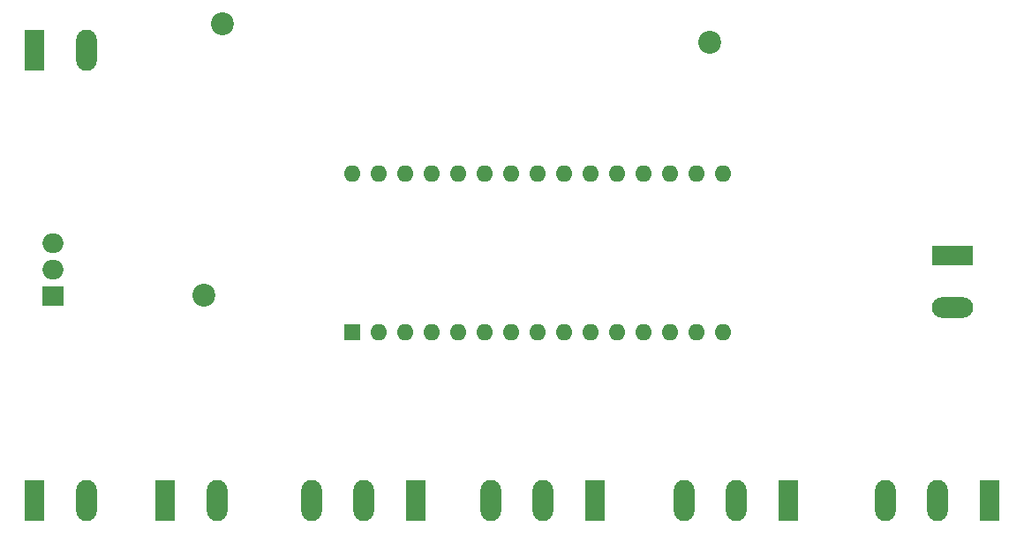
<source format=gbr>
%TF.GenerationSoftware,KiCad,Pcbnew,7.0.6-7.0.6~ubuntu22.04.1*%
%TF.CreationDate,2023-07-24T17:29:41-06:00*%
%TF.ProjectId,stepper_microscope_stage,73746570-7065-4725-9f6d-6963726f7363,rev?*%
%TF.SameCoordinates,Original*%
%TF.FileFunction,Soldermask,Bot*%
%TF.FilePolarity,Negative*%
%FSLAX46Y46*%
G04 Gerber Fmt 4.6, Leading zero omitted, Abs format (unit mm)*
G04 Created by KiCad (PCBNEW 7.0.6-7.0.6~ubuntu22.04.1) date 2023-07-24 17:29:41*
%MOMM*%
%LPD*%
G01*
G04 APERTURE LIST*
%ADD10C,2.200000*%
%ADD11O,1.980000X3.960000*%
%ADD12R,1.980000X3.960000*%
%ADD13R,2.000000X1.905000*%
%ADD14O,2.000000X1.905000*%
%ADD15R,3.960000X1.980000*%
%ADD16O,3.960000X1.980000*%
%ADD17O,1.600000X1.600000*%
%ADD18R,1.600000X1.600000*%
G04 APERTURE END LIST*
D10*
%TO.C,H3*%
X184250000Y-96250000D03*
%TD*%
%TO.C,H2*%
X137500000Y-94500000D03*
%TD*%
%TO.C,H1*%
X135750000Y-120500000D03*
%TD*%
D11*
%TO.C,STEPSIG2*%
X146000000Y-140270000D03*
X151000000Y-140270000D03*
D12*
X156000000Y-140270000D03*
%TD*%
%TO.C,STEPSIGGND1*%
X211090000Y-140240000D03*
D11*
X206090000Y-140240000D03*
X201090000Y-140240000D03*
%TD*%
%TO.C,VIN1*%
X124485000Y-97000000D03*
D12*
X119485000Y-97000000D03*
%TD*%
D13*
%TO.C,U1*%
X121250000Y-120580000D03*
D14*
X121250000Y-118040000D03*
X121250000Y-115500000D03*
%TD*%
D12*
%TO.C,STEPVIN2*%
X131985000Y-140280000D03*
D11*
X136985000Y-140280000D03*
%TD*%
D12*
%TO.C,STEPVIN1*%
X119485000Y-140280000D03*
D11*
X124485000Y-140280000D03*
%TD*%
%TO.C,STEPSIGGND2*%
X163250000Y-140260000D03*
X168250000Y-140260000D03*
D12*
X173250000Y-140260000D03*
%TD*%
%TO.C,STEPSIG1*%
X191795000Y-140250000D03*
D11*
X186795000Y-140250000D03*
X181795000Y-140250000D03*
%TD*%
D15*
%TO.C,JOYIN1*%
X207500000Y-116735000D03*
D16*
X207500000Y-121735000D03*
%TD*%
D17*
%TO.C,A1*%
X149950000Y-108870000D03*
X152490000Y-108870000D03*
X155030000Y-108870000D03*
X157570000Y-108870000D03*
X160110000Y-108870000D03*
X162650000Y-108870000D03*
X165190000Y-108870000D03*
X167730000Y-108870000D03*
X170270000Y-108870000D03*
X172810000Y-108870000D03*
X175350000Y-108870000D03*
X177890000Y-108870000D03*
X180430000Y-108870000D03*
X182970000Y-108870000D03*
X185510000Y-108870000D03*
X185510000Y-124110000D03*
X182970000Y-124110000D03*
X180430000Y-124110000D03*
X177890000Y-124110000D03*
X175350000Y-124110000D03*
X172810000Y-124110000D03*
X170270000Y-124110000D03*
X167730000Y-124110000D03*
X165190000Y-124110000D03*
X162650000Y-124110000D03*
X160110000Y-124110000D03*
X157570000Y-124110000D03*
X155030000Y-124110000D03*
X152490000Y-124110000D03*
D18*
X149950000Y-124110000D03*
%TD*%
M02*

</source>
